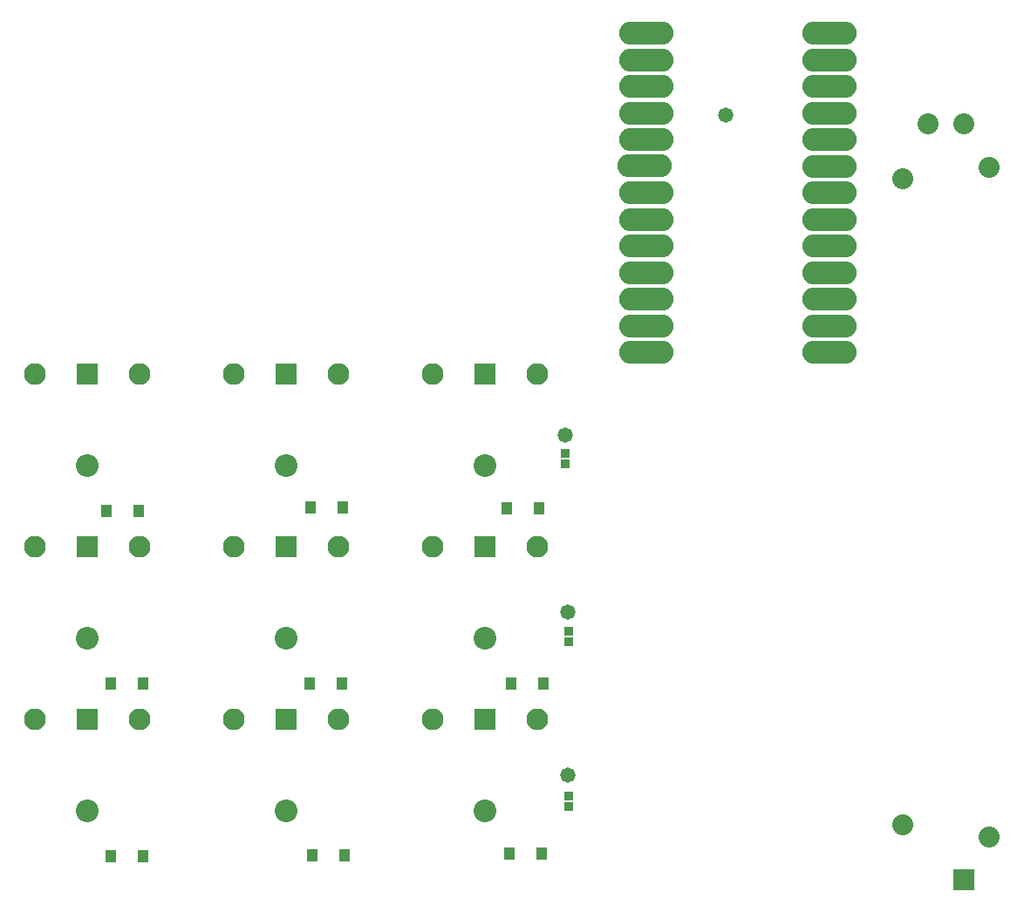
<source format=gts>
G04*
G04 #@! TF.GenerationSoftware,Altium Limited,Altium Designer,24.6.1 (21)*
G04*
G04 Layer_Color=8388736*
%FSLAX44Y44*%
%MOMM*%
G71*
G04*
G04 #@! TF.SameCoordinates,D23E63C9-285A-4218-ADB9-1EE4413D613B*
G04*
G04*
G04 #@! TF.FilePolarity,Negative*
G04*
G01*
G75*
%ADD18R,1.1032X1.1532*%
%ADD19R,0.8532X0.8532*%
%ADD20O,5.2832X2.2352*%
%ADD21C,2.0320*%
%ADD22R,2.0320X2.0320*%
%ADD23R,2.1032X2.1032*%
%ADD24C,2.2032*%
%ADD25C,2.1032*%
%ADD26C,1.4732*%
D18*
X853950Y462280D02*
D03*
X822450Y462280D02*
D03*
X662180Y461010D02*
D03*
X630680Y461010D02*
D03*
X466600Y459740D02*
D03*
X435100Y459740D02*
D03*
X855220Y627380D02*
D03*
X823720Y627380D02*
D03*
X659640Y627380D02*
D03*
X628140Y627380D02*
D03*
X466600Y627380D02*
D03*
X435100Y627380D02*
D03*
X462790Y795020D02*
D03*
X431290Y795020D02*
D03*
X660910Y798830D02*
D03*
X629410Y798830D02*
D03*
X851410Y797560D02*
D03*
X819910Y797560D02*
D03*
D19*
X876300Y850820D02*
D03*
Y840820D02*
D03*
X880110Y518160D02*
D03*
Y508160D02*
D03*
Y678100D02*
D03*
Y668100D02*
D03*
D20*
X1132840Y1258993D02*
D03*
X955040Y949113D02*
D03*
Y974937D02*
D03*
Y1000760D02*
D03*
Y1026583D02*
D03*
Y1052407D02*
D03*
Y1078230D02*
D03*
Y1104053D02*
D03*
X953770Y1130723D02*
D03*
X955040Y1155700D02*
D03*
Y1181523D02*
D03*
Y1207347D02*
D03*
Y1233170D02*
D03*
Y1258993D02*
D03*
X1132840Y949113D02*
D03*
Y974937D02*
D03*
Y1000760D02*
D03*
Y1026583D02*
D03*
Y1052407D02*
D03*
Y1078230D02*
D03*
Y1104053D02*
D03*
Y1129877D02*
D03*
Y1155700D02*
D03*
Y1181523D02*
D03*
Y1207347D02*
D03*
Y1233170D02*
D03*
D21*
X1203960Y1117600D02*
D03*
Y490220D02*
D03*
X1287780Y1129030D02*
D03*
Y478790D02*
D03*
X1228471Y1170940D02*
D03*
X1263269D02*
D03*
D22*
Y436880D02*
D03*
D23*
X605790Y760730D02*
D03*
X412750Y593090D02*
D03*
X605790D02*
D03*
X798830D02*
D03*
X412750Y760730D02*
D03*
X798830D02*
D03*
X412750Y928370D02*
D03*
X605790D02*
D03*
X798830D02*
D03*
D24*
X412750Y504190D02*
D03*
X605790D02*
D03*
X798830D02*
D03*
X412750Y671830D02*
D03*
X605790D02*
D03*
X798830D02*
D03*
X412750Y839470D02*
D03*
X605790D02*
D03*
X798830D02*
D03*
D25*
X463550Y593090D02*
D03*
X361950D02*
D03*
X656590D02*
D03*
X554990D02*
D03*
X849630D02*
D03*
X748030D02*
D03*
X463550Y760730D02*
D03*
X361950D02*
D03*
X656590D02*
D03*
X554990D02*
D03*
X849630D02*
D03*
X748030D02*
D03*
X463550Y928370D02*
D03*
X361950D02*
D03*
X656590D02*
D03*
X554990D02*
D03*
X849630D02*
D03*
X748030D02*
D03*
D26*
X876300Y868680D02*
D03*
X878840Y697230D02*
D03*
Y538480D02*
D03*
X1032510Y1179830D02*
D03*
M02*

</source>
